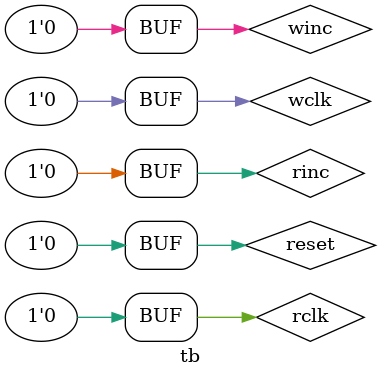
<source format=v>
`default_nettype none
`timescale 1ns/1ps

module tb;

    reg reset=0, rclk=0, rinc=0, wclk=0, winc=0;
    wire rempty1, rempty2, rempty3, wfull1, wfull2, wfull3;
    localparam W=16;
    wire [W-1:0] rdata1, rdata2, rdata3;
    reg [W-1:0] wdata;

    aFifo #(.DSIZE(W))
    dut2( .rdata(rdata2),
          .walmostfull(wfull2),
          .rempty(rempty2),
          .wdata(wdata),
          .winc(winc),
          .wclk(wclk),
          .wrst_n(!reset),
          .rinc(rinc),
          .rclk(rclk),
          .rrst_n(!reset));

    twoclock_unfifo #(.DSIZE(W))
    dut3 (.rclk(rclk), 
          .rrst_n_i(!reset),
          .rinc_i(rinc),
          .rempty_o(rempty3),
          .rdata_o(rdata3),
          .wclk(wclk),
          .winc_i(winc),
          .wdata_i(wdata),
          .wfull_o(wfull3));

    initial begin
        $dumpfile("tb.lxt");
        $dumpvars(0, tb);
    end

endmodule

</source>
